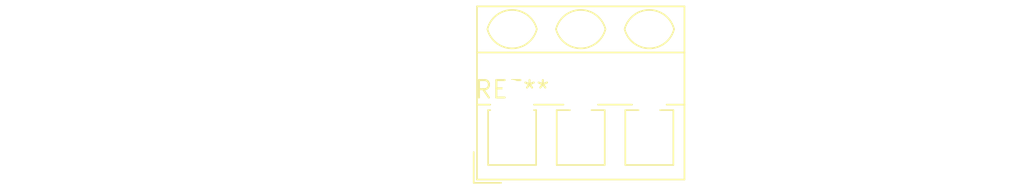
<source format=kicad_pcb>
(kicad_pcb (version 20240108) (generator pcbnew)
  (layers (0 "F.Cu" signal) (31 "B.Cu" signal) (34 "B.Paste" user) (35 "F.Paste" user) (36 "B.SilkS" user "B.Silkscreen") (37 "F.SilkS" user "F.Silkscreen") (38 "B.Mask" user) (39 "F.Mask" user) (44 "Edge.Cuts" user))
  (net 0 "")
  (footprint "TerminalBlock_MetzConnect_Type205_RT04503UBLC_1x03_P5.00mm_45Degree" (layer "F.Cu") (at 0 0)
    (property "Reference" "REF**")
    (property "Value" "TerminalBlock_MetzConnect_Type205_RT04503UBLC_1x03_P5.00mm_45Degree")
    (fp_line (start -2.8 4.56) (end -2.8 6.8) (layer "F.SilkS") (stroke (width 0.12)))
    (fp_line (start -2.8 6.8) (end -0.8 6.8) (layer "F.SilkS") (stroke (width 0.12)))
    (fp_line (start -2.56 -6.06) (end -2.56 6.56) (layer "F.SilkS") (stroke (width 0.12)))
    (fp_line (start -2.56 -6.06) (end 12.56 -6.06) (layer "F.SilkS") (stroke (width 0.12)))
    (fp_line (start -2.56 -2.7) (end 12.56 -2.7) (layer "F.SilkS") (stroke (width 0.12)))
    (fp_line (start -2.56 1.1) (end -1.59 1.1) (layer "F.SilkS") (stroke (width 0.12)))
    (fp_line (start -2.56 6.56) (end 12.56 6.56) (layer "F.SilkS") (stroke (width 0.12)))
    (fp_line (start -1.75 1.5) (end -1.75 5.5) (layer "F.SilkS") (stroke (width 0.12)))
    (fp_line (start -1.75 1.5) (end -1.59 1.5) (layer "F.SilkS") (stroke (width 0.12)))
    (fp_line (start -1.75 5.5) (end 1.75 5.5) (layer "F.SilkS") (stroke (width 0.12)))
    (fp_line (start 1.59 1.1) (end 3.744 1.1) (layer "F.SilkS") (stroke (width 0.12)))
    (fp_line (start 1.59 1.5) (end 1.75 1.5) (layer "F.SilkS") (stroke (width 0.12)))
    (fp_line (start 1.75 1.5) (end 1.75 5.5) (layer "F.SilkS") (stroke (width 0.12)))
    (fp_line (start 3.25 1.5) (end 3.25 5.5) (layer "F.SilkS") (stroke (width 0.12)))
    (fp_line (start 3.25 1.5) (end 4.216 1.5) (layer "F.SilkS") (stroke (width 0.12)))
    (fp_line (start 3.25 5.5) (end 6.75 5.5) (layer "F.SilkS") (stroke (width 0.12)))
    (fp_line (start 5.785 1.5) (end 6.75 1.5) (layer "F.SilkS") (stroke (width 0.12)))
    (fp_line (start 6.257 1.1) (end 8.744 1.1) (layer "F.SilkS") (stroke (width 0.12)))
    (fp_line (start 6.75 1.5) (end 6.75 5.5) (layer "F.SilkS") (stroke (width 0.12)))
    (fp_line (start 8.25 1.5) (end 8.25 5.5) (layer "F.SilkS") (stroke (width 0.12)))
    (fp_line (start 8.25 1.5) (end 9.216 1.5) (layer "F.SilkS") (stroke (width 0.12)))
    (fp_line (start 8.25 5.5) (end 11.75 5.5) (layer "F.SilkS") (stroke (width 0.12)))
    (fp_line (start 10.785 1.5) (end 11.75 1.5) (layer "F.SilkS") (stroke (width 0.12)))
    (fp_line (start 11.257 1.1) (end 12.56 1.1) (layer "F.SilkS") (stroke (width 0.12)))
    (fp_line (start 11.75 1.5) (end 11.75 5.5) (layer "F.SilkS") (stroke (width 0.12)))
    (fp_line (start 12.56 -6.06) (end 12.56 6.56) (layer "F.SilkS") (stroke (width 0.12)))
    (fp_arc (start -1.800846 -4.400605) (mid 0.000312 -5.801077) (end 1.801 -4.4) (layer "F.SilkS") (stroke (width 0.12)))
    (fp_arc (start 1.8 -4.4) (mid -0.000903 -3.000646) (end -1.800445 -4.401751) (layer "F.SilkS") (stroke (width 0.12)))
    (fp_arc (start 3.199154 -4.400605) (mid 5.000312 -5.801077) (end 6.801 -4.4) (layer "F.SilkS") (stroke (width 0.12)))
    (fp_arc (start 6.8 -4.4) (mid 4.999097 -3.000646) (end 3.199555 -4.401751) (layer "F.SilkS") (stroke (width 0.12)))
    (fp_arc (start 8.199154 -4.400605) (mid 10.000312 -5.801077) (end 11.801 -4.4) (layer "F.SilkS") (stroke (width 0.12)))
    (fp_arc (start 11.8 -4.4) (mid 9.999097 -3.000646) (end 8.199555 -4.401751) (layer "F.SilkS") (stroke (width 0.12)))
    (pad "1" thru_hole rect (at 0 0) (size 2.7 2.7) (drill 1.4) (layers *.Cu *.Mask) (remove_unused_layers))
    (pad "2" thru_hole circle (at 5 0) (size 2.7 2.7) (drill 1.4) (layers *.Cu *.Mask) (remove_unused_layers))
    (pad "3" thru_hole circle (at 10 0) (size 2.7 2.7) (drill 1.4) (layers *.Cu *.Mask) (remove_unused_layers))
  )
)
</source>
